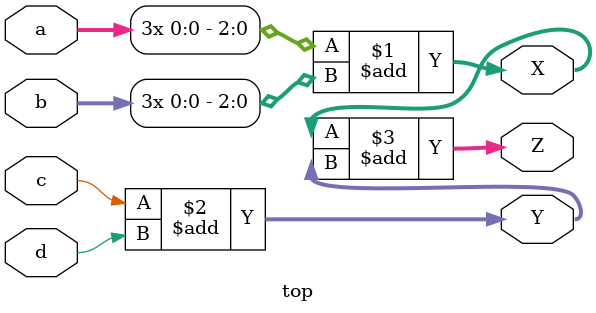
<source format=v>
module top(input a, b, c, d, output [2:0] X, Y, Z);
	assign X = $signed(a) + $signed(b);
	assign Y = c + d;
	assign Z = X + Y;
endmodule

</source>
